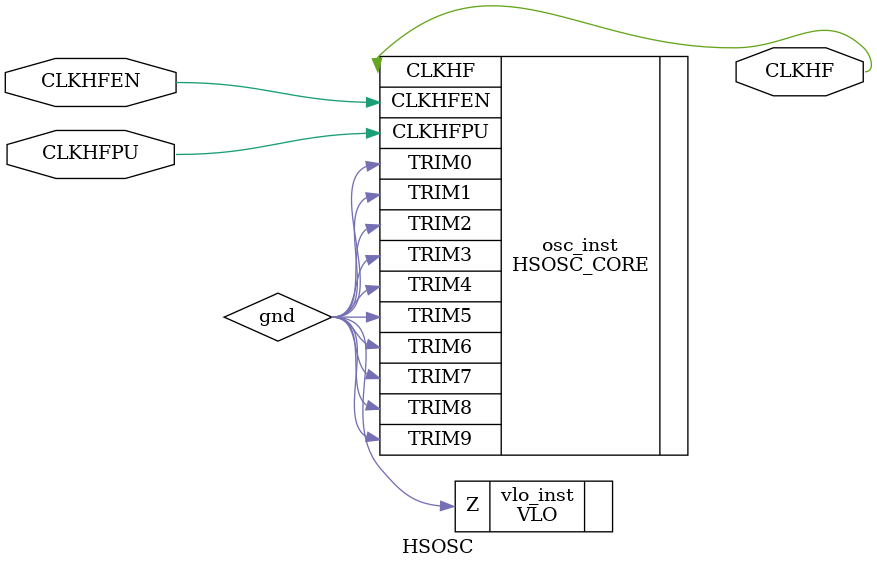
<source format=v>
`timescale 1ns/1ns
module HSOSC(CLKHFPU, CLKHFEN, CLKHF); // synthesis syn_black_box
    (* \desc = "Power up the oscillator. After power up, output will be stable after 100us. Active high" *)
    input CLKHFPU;
    (* \desc = "Enable the clock output. Enable should be low for the 100us power up period. Active high" *)
    input CLKHFEN;
    (* \desc = "Oscillator output" *)
    output CLKHF;

    (* \desc = "Clock divider selection. 0b00 = 48MHz, 0b01 = 24MHz, 0b10 = 12MHz, 0b11 = 6MHz", \otherValues = "{0b01, 0b10, 0b11}" *)
    parameter CLKHF_DIV = "0b00";

    wire gnd;
    VLO vlo_inst(.Z(gnd));

    HSOSC_CORE osc_inst(.CLKHFPU(CLKHFPU), .CLKHFEN(CLKHFEN), .CLKHF(CLKHF),
                  .TRIM0(gnd), .TRIM1(gnd), .TRIM2(gnd), .TRIM3(gnd), .TRIM4(gnd), .TRIM5(gnd), .TRIM6(gnd), .TRIM7(gnd), .TRIM8(gnd), .TRIM9(gnd));
    defparam osc_inst.CLKHF_DIV = CLKHF_DIV;

endmodule

</source>
